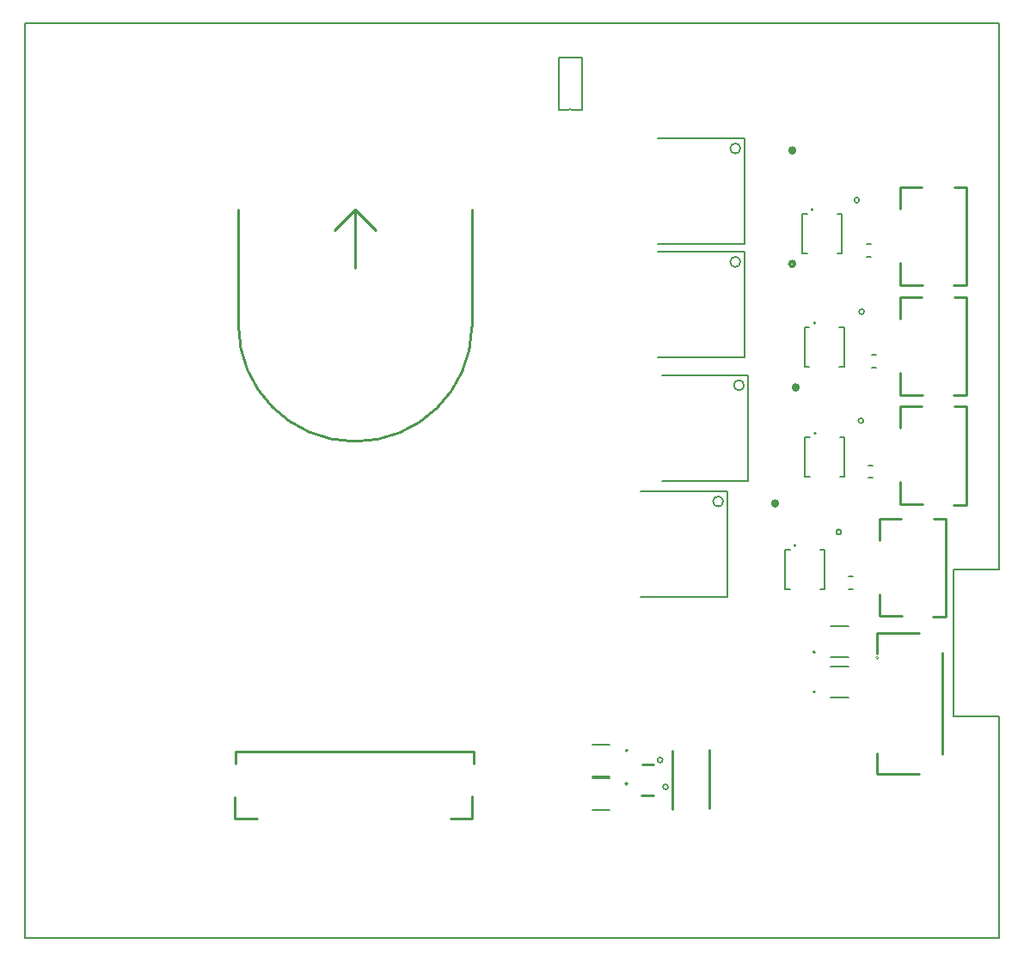
<source format=gbo>
G04*
G04 #@! TF.GenerationSoftware,Altium Limited,Altium Designer,18.1.9 (240)*
G04*
G04 Layer_Color=32896*
%FSLAX44Y44*%
%MOMM*%
G71*
G01*
G75*
%ADD11C,0.2000*%
%ADD12C,0.0000*%
%ADD13C,0.2540*%
%ADD14C,0.1524*%
%ADD15C,0.3000*%
%ADD17C,0.1270*%
%ADD20C,0.1520*%
D11*
X821500Y727620D02*
G03*
X821500Y727620I-2500J0D01*
G01*
X778240Y242960D02*
G03*
X778240Y242960I-1000J0D01*
G01*
X777920Y282120D02*
G03*
X777920Y282120I-1000J0D01*
G01*
X825460Y510209D02*
G03*
X825460Y510209I-2500J0D01*
G01*
X803700Y400532D02*
G03*
X803700Y400532I-2500J0D01*
G01*
X826220Y617710D02*
G03*
X826220Y617710I-2500J0D01*
G01*
X538465Y816233D02*
G03*
X535215Y816233I-1625J0D01*
G01*
X627761Y175768D02*
G03*
X627761Y175768I-2500J0D01*
G01*
X593050Y152240D02*
G03*
X593050Y152240I-1000J0D01*
G01*
Y185180D02*
G03*
X593050Y185180I-1000J0D01*
G01*
X633198Y149264D02*
G03*
X633198Y149264I-2500J0D01*
G01*
X525190Y816233D02*
X535215D01*
X538465D02*
X548490D01*
Y868233D01*
X525190D02*
X548490D01*
X525190Y816233D02*
Y868233D01*
X810800Y344270D02*
X814800D01*
X810800Y356770D02*
X814800D01*
X830760Y453806D02*
X834760D01*
X830760Y466306D02*
X834760D01*
X828580Y671930D02*
X832580D01*
X828580Y684430D02*
X832580D01*
X833660Y562710D02*
X837660D01*
X833660Y575210D02*
X837660D01*
D12*
X840560Y276470D02*
G03*
X840560Y276470I-1500J0D01*
G01*
D13*
X209986Y604774D02*
G03*
X439999Y602933I115014J0D01*
G01*
X304680Y697613D02*
X325000Y717933D01*
X325001D02*
X345320Y697614D01*
X325001Y660654D02*
Y717933D01*
X440001Y602933D02*
Y717933D01*
X210001Y602933D02*
Y717933D01*
X838450Y300600D02*
X880360D01*
X838450Y280280D02*
Y300600D01*
Y162170D02*
X880360D01*
X838450D02*
Y182490D01*
X903220Y181920D02*
Y281550D01*
X206946Y184428D02*
X441578D01*
Y172196D02*
Y184428D01*
X206946Y172578D02*
Y184428D01*
X206692Y117650D02*
X227964D01*
X206692D02*
Y138922D01*
X440244Y118158D02*
Y140066D01*
X418464Y118158D02*
X440244D01*
X607481Y171450D02*
X618831D01*
X607227Y140970D02*
X618527D01*
X674146Y128182D02*
Y185586D01*
X637301Y127674D02*
Y185078D01*
X841502Y317486D02*
Y339266D01*
Y317486D02*
X863410D01*
X841502Y413942D02*
X862774D01*
X841502Y392670D02*
Y413942D01*
X894652D02*
X906502D01*
X894270Y317232D02*
X906502D01*
Y413942D01*
X861822Y643736D02*
Y665516D01*
Y643736D02*
X883730D01*
X861822Y740192D02*
X883094D01*
X861822Y718920D02*
Y740192D01*
X914972D02*
X926822D01*
X914590Y643482D02*
X926822D01*
Y740192D01*
X861822Y535726D02*
Y557506D01*
Y535726D02*
X883730D01*
X861822Y632182D02*
X883094D01*
X861822Y610910D02*
Y632182D01*
X914972D02*
X926822D01*
X914590Y535472D02*
X926822D01*
Y632182D01*
X861822Y427743D02*
Y449523D01*
Y427743D02*
X883730D01*
X861822Y524199D02*
X883094D01*
X861822Y502927D02*
Y524199D01*
X914972D02*
X926822D01*
X914590Y427489D02*
X926822D01*
Y524199D01*
D14*
X758802Y387382D02*
G03*
X758802Y387382I-762J0D01*
G01*
X778412Y497892D02*
G03*
X778412Y497892I-762J0D01*
G01*
X775783Y718312D02*
G03*
X775783Y718312I-762J0D01*
G01*
X778112Y606552D02*
G03*
X778112Y606552I-762J0D01*
G01*
X787348Y344202D02*
Y383318D01*
X782655Y344202D02*
X787348D01*
X748232D02*
Y383318D01*
X752925D01*
X782655D02*
X787348D01*
X748232Y344202D02*
X752925D01*
X806958Y454712D02*
Y493828D01*
X802265Y454712D02*
X806958D01*
X767842D02*
Y493828D01*
X772535D01*
X802265D02*
X806958D01*
X767842Y454712D02*
X772535D01*
X804329Y675132D02*
Y714248D01*
X799635Y675132D02*
X804329D01*
X765213D02*
Y714248D01*
X769906D01*
X799635D02*
X804329D01*
X765213Y675132D02*
X769906D01*
X806658Y563372D02*
Y602488D01*
X801965Y563372D02*
X806658D01*
X767542D02*
Y602488D01*
X772235D01*
X801965D02*
X806658D01*
X767542Y563372D02*
X772235D01*
D15*
X740847Y428620D02*
G03*
X740847Y428620I-2500J0D01*
G01*
X757800Y776600D02*
G03*
X757800Y776600I-2500J0D01*
G01*
Y664768D02*
G03*
X757800Y664768I-2500J0D01*
G01*
X761360Y543109D02*
G03*
X761360Y543109I-2500J0D01*
G01*
D17*
X687347Y430620D02*
G03*
X687347Y430620I-5000J0D01*
G01*
X704300Y778600D02*
G03*
X704300Y778600I-5000J0D01*
G01*
Y666768D02*
G03*
X704300Y666768I-5000J0D01*
G01*
X707860Y545109D02*
G03*
X707860Y545109I-5000J0D01*
G01*
X793440Y237660D02*
X811040D01*
X793440Y268260D02*
X811040D01*
X793120Y276820D02*
X810720D01*
X793120Y307420D02*
X810720D01*
X691397Y336520D02*
Y440720D01*
X606348Y336520D02*
X691397D01*
X606348Y440720D02*
X691397D01*
X708350Y684500D02*
Y788700D01*
X623300Y684500D02*
X708350D01*
X623300Y788700D02*
X708350D01*
Y572668D02*
Y676868D01*
X623300Y572668D02*
X708350D01*
X623300Y676868D02*
X708350D01*
X711910Y451009D02*
Y555209D01*
X626860Y451009D02*
X711910D01*
X626860Y555209D02*
X711910D01*
X558250Y157940D02*
X575850D01*
X558250Y126540D02*
X575850D01*
X558250Y190880D02*
X575850D01*
X558250Y159480D02*
X575850D01*
D20*
X958850Y363220D02*
Y901700D01*
X0D02*
X958850D01*
X0Y0D02*
Y901700D01*
Y0D02*
X958850D01*
Y218440D01*
X914400D02*
X958850D01*
X914400D02*
Y363220D01*
X958850D01*
M02*

</source>
